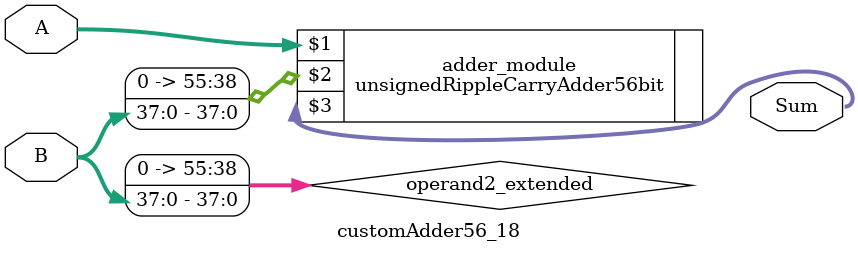
<source format=v>
module customAdder56_18(
                        input [55 : 0] A,
                        input [37 : 0] B,
                        
                        output [56 : 0] Sum
                );

        wire [55 : 0] operand2_extended;
        
        assign operand2_extended =  {18'b0, B};
        
        unsignedRippleCarryAdder56bit adder_module(
            A,
            operand2_extended,
            Sum
        );
        
        endmodule
        
</source>
